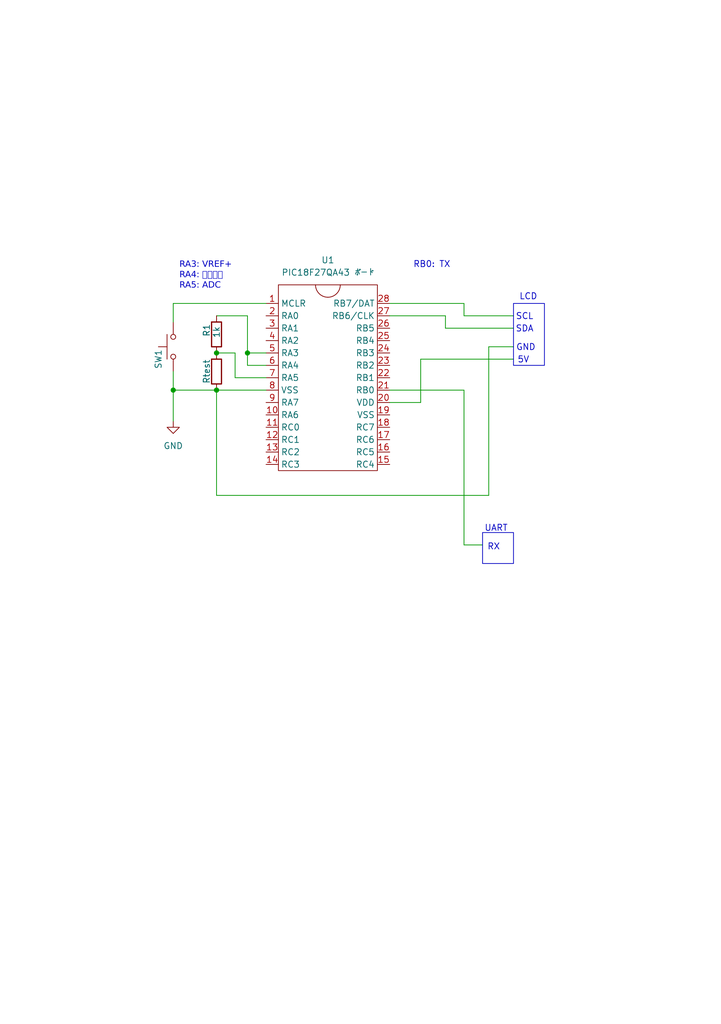
<source format=kicad_sch>
(kicad_sch (version 20250114) (generator "eeschema") (generator_version "9.0")
  (paper "A5" portrait)
  (lib_symbols
    (symbol "0Ore:PIC18F27Q43"
      (property "Reference" "U" (at 0 0 0))
      (symbol "PIC18F27Q43_0_1"
        (rectangle (start -10.16 1.27) (end 10.16 39.37))
        (arc (start 0 36.83) (mid -1.7961 37.5739) (end -2.54 39.37))
        (arc (start 2.54 39.37) (mid 1.7961 37.5739) (end 0 36.83))
      )
      (symbol "PIC18F27Q43_1_1"
        (pin input line (at -12.7 35.56 0) (length 2.54) (name "MCLR") (number "1"))
        (pin input line (at -12.7 33.02 0) (length 2.54) (name "RA0") (number "2"))
        (pin input line (at -12.7 30.48 0) (length 2.54) (name "RA1") (number "3"))
        (pin input line (at -12.7 27.94 0) (length 2.54) (name "RA2") (number "4"))
        (pin input line (at -12.7 25.4 0) (length 2.54) (name "RA3") (number "5"))
        (pin input line (at -12.7 22.86 0) (length 2.54) (name "RA4") (number "6"))
        (pin input line (at -12.7 20.32 0) (length 2.54) (name "RA5") (number "7"))
        (pin input line (at -12.7 17.78 0) (length 2.54) (name "VSS") (number "8"))
        (pin input line (at -12.7 15.24 0) (length 2.54) (name "RA7") (number "9"))
        (pin input line (at -12.7 12.7 0) (length 2.54) (name "RA6") (number "10"))
        (pin input line (at -12.7 10.16 0) (length 2.54) (name "RC0") (number "11"))
        (pin input line (at -12.7 7.62 0) (length 2.54) (name "RC1") (number "12"))
        (pin input line (at -12.7 5.08 0) (length 2.54) (name "RC2") (number "13"))
        (pin input line (at -12.7 2.54 0) (length 2.54) (name "RC3") (number "14"))
        (pin input line (at 12.7 35.56 180) (length 2.54) (name "RB7/DAT") (number "28"))
        (pin input line (at 12.7 33.02 180) (length 2.54) (name "RB6/CLK") (number "27"))
        (pin input line (at 12.7 30.48 180) (length 2.54) (name "RB5") (number "26"))
        (pin input line (at 12.7 27.94 180) (length 2.54) (name "RB4") (number "25"))
        (pin input line (at 12.7 25.4 180) (length 2.54) (name "RB3") (number "24"))
        (pin input line (at 12.7 22.86 180) (length 2.54) (name "RB2") (number "23"))
        (pin input line (at 12.7 20.32 180) (length 2.54) (name "RB1") (number "22"))
        (pin input line (at 12.7 17.78 180) (length 2.54) (name "RB0") (number "21"))
        (pin input line (at 12.7 15.24 180) (length 2.54) (name "VDD") (number "20"))
        (pin input line (at 12.7 12.7 180) (length 2.54) (name "VSS") (number "19"))
        (pin input line (at 12.7 10.16 180) (length 2.54) (name "RC7") (number "18"))
        (pin input line (at 12.7 7.62 180) (length 2.54) (name "RC6") (number "17"))
        (pin input line (at 12.7 5.08 180) (length 2.54) (name "RC5") (number "16"))
        (pin input line (at 12.7 2.54 180) (length 2.54) (name "RC4") (number "15"))
      )
    )
    (symbol "Device:R" (pin_numbers (hide yes)) (pin_names (offset 0))
      (property "Reference" "R" (at 2.032 0 90))
      (property "Value" "R" (at 0 0 90))
      (symbol "R_0_1"
        (rectangle (start -1.016 -2.54) (end 1.016 2.54) (stroke (width 0.254)))
      )
      (symbol "R_1_1"
        (pin passive line (at 0 3.81 270) (length 1.27) (name "~") (number "1"))
        (pin passive line (at 0 -3.81 90) (length 1.27) (name "~") (number "2"))
      )
    )
    (symbol "Switch:SW_Push" (pin_numbers (hide yes)) (pin_names (offset 1.016) (hide yes))
      (property "Reference" "SW" (at 1.27 2.54 0))
      (property "Value" "SW_Push" (at 0 -1.524 0))
      (symbol "SW_Push_0_1"
        (circle (center -2.032 0) (radius 0.508))
        (polyline (pts (xy 0 1.27) (xy 0 3.048)))
        (circle (center 2.032 0) (radius 0.508))
        (polyline (pts (xy 2.54 1.27) (xy -2.54 1.27)))
        (pin passive line (at -5.08 0 0) (length 2.54) (name "1") (number "1"))
        (pin passive line (at 5.08 0 180) (length 2.54) (name "2") (number "2"))
      )
    )
    (symbol "power:GND" (power) (pin_numbers (hide yes)) (pin_names (offset 0) (hide yes))
      (property "Value" "GND" (at 0 -3.81 0))
      (symbol "GND_0_1"
        (polyline (pts (xy 0 0) (xy 0 -1.27) (xy 1.27 -1.27) (xy 0 -2.54) (xy -1.27 -1.27) (xy 0 -1.27)))
      )
      (symbol "GND_1_1"
        (pin power_in line (at 0 0 270) (length 0) (name "~") (number "1"))
      )
    )
  )
  (rectangle (start 105.41 62.23) (end 111.76 74.93))
  (rectangle (start 99.06 109.22) (end 105.41 115.57))
  (text "SCL" (at 107.696 65.024 0) (effects (font (size 1.27 1.27))))
  (text "GND" (at 107.95 71.374 0) (effects (font (size 1.27 1.27))))
  (text "UART" (at 101.854 108.458 0) (effects (font (size 1.27 1.27))))
  (text "RA3: VREF+\nRA4: 電力供給\nRA5: ADC" (at 36.83 56.896 0) (effects (font (size 1.27 1.27)) (justify left)))
  (text "LCD" (at 108.458 60.96 0) (effects (font (size 1.27 1.27))))
  (text "RB0: TX" (at 88.646 54.356 0) (effects (font (size 1.27 1.27))))
  (text "5V" (at 107.442 73.914 0) (effects (font (size 1.27 1.27))))
  (text "RX" (at 101.346 112.268 0) (effects (font (size 1.27 1.27))))
  (text "SDA" (at 107.696 67.564 0) (effects (font (size 1.27 1.27))))
  (junction (at 50.8 72.39))
  (junction (at 44.45 72.39))
  (junction (at 35.56 80.01))
  (junction (at 44.45 80.01))
  (wire (pts (xy 44.45 80.01) (xy 54.61 80.01)))
  (wire (pts (xy 91.44 67.31) (xy 105.41 67.31)))
  (wire (pts (xy 95.25 80.01) (xy 95.25 111.76)))
  (wire (pts (xy 100.33 101.6) (xy 44.45 101.6)))
  (wire (pts (xy 50.8 74.93) (xy 50.8 72.39)))
  (wire (pts (xy 95.25 62.23) (xy 95.25 64.77)))
  (wire (pts (xy 48.26 77.47) (xy 48.26 72.39)))
  (wire (pts (xy 35.56 86.36) (xy 35.56 80.01)))
  (wire (pts (xy 35.56 76.2) (xy 35.56 80.01)))
  (wire (pts (xy 95.25 64.77) (xy 105.41 64.77)))
  (wire (pts (xy 50.8 72.39) (xy 54.61 72.39)))
  (wire (pts (xy 91.44 64.77) (xy 91.44 67.31)))
  (wire (pts (xy 80.01 62.23) (xy 95.25 62.23)))
  (wire (pts (xy 50.8 72.39) (xy 50.8 64.77)))
  (wire (pts (xy 35.56 62.23) (xy 35.56 66.04)))
  (wire (pts (xy 54.61 62.23) (xy 35.56 62.23)))
  (wire (pts (xy 86.36 82.55) (xy 80.01 82.55)))
  (wire (pts (xy 54.61 74.93) (xy 50.8 74.93)))
  (wire (pts (xy 50.8 64.77) (xy 44.45 64.77)))
  (wire (pts (xy 86.36 73.66) (xy 105.41 73.66)))
  (wire (pts (xy 54.61 77.47) (xy 48.26 77.47)))
  (wire (pts (xy 100.33 71.12) (xy 100.33 101.6)))
  (wire (pts (xy 44.45 101.6) (xy 44.45 80.01)))
  (wire (pts (xy 48.26 72.39) (xy 44.45 72.39)))
  (wire (pts (xy 35.56 80.01) (xy 44.45 80.01)))
  (wire (pts (xy 95.25 111.76) (xy 99.06 111.76)))
  (wire (pts (xy 86.36 73.66) (xy 86.36 82.55)))
  (wire (pts (xy 80.01 80.01) (xy 95.25 80.01)))
  (wire (pts (xy 80.01 64.77) (xy 91.44 64.77)))
  (wire (pts (xy 100.33 71.12) (xy 105.41 71.12)))
  (symbol (lib_id "Switch:SW_Push") (at 35.56 71.12 90) (unit 1)
    (property "Reference" "SW1" (at 32.512 71.628 0) (effects (justify right)))
    (property "Value" "SW_Push" (effects (hide yes)))
    (property "Description" "Push button switch, generic, two pins" (effects (hide yes)))
  )
  (symbol (lib_id "Device:R") (at 44.45 68.58 0) (unit 1)
    (property "Reference" "R1" (at 42.418 69.088 90) (effects (justify left)))
    (property "Value" "1k" (at 44.45 69.342 90) (effects (justify left)))
    (property "Description" "Resistor" (effects (hide yes)))
  )
  (symbol (lib_id "power:GND") (at 35.56 86.36 0) (unit 1)
    (property "Reference" "#PWR03" (effects (hide yes)))
    (property "Value" "GND" (at 35.56 91.44 0))
    (property "Description" "Power symbol creates a global label with name \"GND\" , ground" (effects (hide yes)))
  )
  (symbol (lib_id "0Ore:PIC18F27Q43") (at 67.31 97.79 0) (unit 1)
    (property "Reference" "U1" (at 67.31 53.34 0))
    (property "Value" "PIC18F27QA43 ボード" (at 67.31 55.88 0))
  )
  (symbol (lib_id "Device:R") (at 44.45 76.2 0) (unit 1)
    (property "Reference" "Rtest" (at 42.418 78.74 90) (effects (justify left)))
    (property "Value" "1k" (effects (hide yes)))
    (property "Description" "Resistor" (effects (hide yes)))
  )
)
</source>
